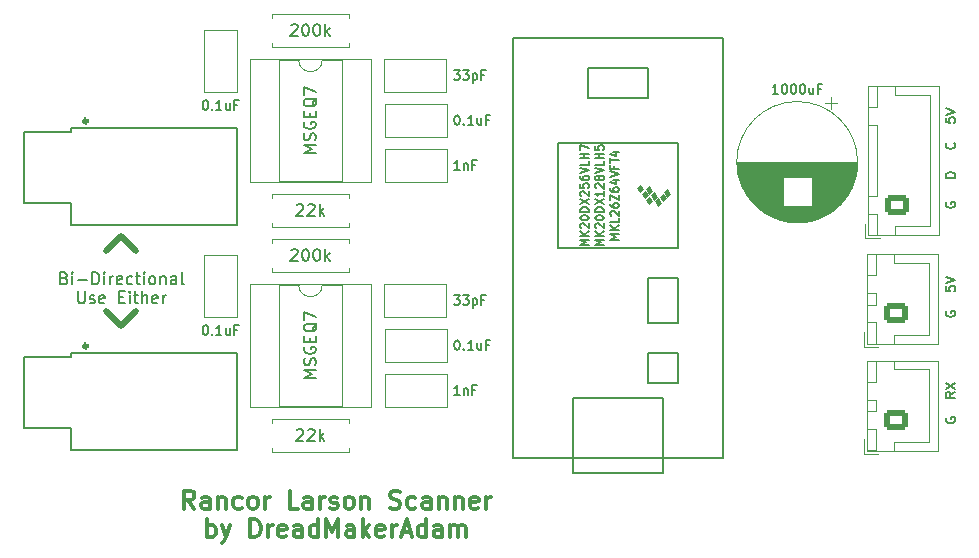
<source format=gto>
%TF.GenerationSoftware,KiCad,Pcbnew,(6.0.4)*%
%TF.CreationDate,2022-03-22T23:36:16-04:00*%
%TF.ProjectId,larson_vu,6c617273-6f6e-45f7-9675-2e6b69636164,rev?*%
%TF.SameCoordinates,Original*%
%TF.FileFunction,Legend,Top*%
%TF.FilePolarity,Positive*%
%FSLAX46Y46*%
G04 Gerber Fmt 4.6, Leading zero omitted, Abs format (unit mm)*
G04 Created by KiCad (PCBNEW (6.0.4)) date 2022-03-22 23:36:16*
%MOMM*%
%LPD*%
G01*
G04 APERTURE LIST*
G04 Aperture macros list*
%AMRoundRect*
0 Rectangle with rounded corners*
0 $1 Rounding radius*
0 $2 $3 $4 $5 $6 $7 $8 $9 X,Y pos of 4 corners*
0 Add a 4 corners polygon primitive as box body*
4,1,4,$2,$3,$4,$5,$6,$7,$8,$9,$2,$3,0*
0 Add four circle primitives for the rounded corners*
1,1,$1+$1,$2,$3*
1,1,$1+$1,$4,$5*
1,1,$1+$1,$6,$7*
1,1,$1+$1,$8,$9*
0 Add four rect primitives between the rounded corners*
20,1,$1+$1,$2,$3,$4,$5,0*
20,1,$1+$1,$4,$5,$6,$7,0*
20,1,$1+$1,$6,$7,$8,$9,0*
20,1,$1+$1,$8,$9,$2,$3,0*%
G04 Aperture macros list end*
%ADD10C,0.500000*%
%ADD11C,0.150000*%
%ADD12C,0.300000*%
%ADD13C,0.127000*%
%ADD14C,0.340000*%
%ADD15C,0.120000*%
%ADD16C,0.100000*%
%ADD17O,1.508000X3.016000*%
%ADD18C,1.600000*%
%ADD19RoundRect,0.250000X0.750000X-0.600000X0.750000X0.600000X-0.750000X0.600000X-0.750000X-0.600000X0*%
%ADD20O,2.000000X1.700000*%
%ADD21R,1.600000X1.600000*%
%ADD22O,1.600000X1.600000*%
%ADD23C,6.400000*%
%ADD24R,2.000000X2.000000*%
%ADD25C,2.000000*%
%ADD26RoundRect,0.250000X0.725000X-0.600000X0.725000X0.600000X-0.725000X0.600000X-0.725000X-0.600000X0*%
%ADD27O,1.950000X1.700000*%
G04 APERTURE END LIST*
D10*
X40513000Y-63754000D02*
X41783000Y-65024000D01*
X40513000Y-58674000D02*
X41783000Y-57404000D01*
X41783000Y-57404000D02*
X43053000Y-58674000D01*
X41783000Y-65024000D02*
X43053000Y-63754000D01*
D11*
X70430023Y-70836904D02*
X69972880Y-70836904D01*
X70201452Y-70836904D02*
X70201452Y-70036904D01*
X70125261Y-70151190D01*
X70049071Y-70227380D01*
X69972880Y-70265476D01*
X70772880Y-70303571D02*
X70772880Y-70836904D01*
X70772880Y-70379761D02*
X70810976Y-70341666D01*
X70887166Y-70303571D01*
X71001452Y-70303571D01*
X71077642Y-70341666D01*
X71115738Y-70417857D01*
X71115738Y-70836904D01*
X71763357Y-70417857D02*
X71496690Y-70417857D01*
X71496690Y-70836904D02*
X71496690Y-70036904D01*
X71877642Y-70036904D01*
X111561904Y-47402380D02*
X111561904Y-47783333D01*
X111942857Y-47821428D01*
X111904761Y-47783333D01*
X111866666Y-47707142D01*
X111866666Y-47516666D01*
X111904761Y-47440476D01*
X111942857Y-47402380D01*
X112019047Y-47364285D01*
X112209523Y-47364285D01*
X112285714Y-47402380D01*
X112323809Y-47440476D01*
X112361904Y-47516666D01*
X112361904Y-47707142D01*
X112323809Y-47783333D01*
X112285714Y-47821428D01*
X111561904Y-47135714D02*
X112361904Y-46869047D01*
X111561904Y-46602380D01*
X48850714Y-64956904D02*
X48926904Y-64956904D01*
X49003095Y-64995000D01*
X49041190Y-65033095D01*
X49079285Y-65109285D01*
X49117380Y-65261666D01*
X49117380Y-65452142D01*
X49079285Y-65604523D01*
X49041190Y-65680714D01*
X49003095Y-65718809D01*
X48926904Y-65756904D01*
X48850714Y-65756904D01*
X48774523Y-65718809D01*
X48736428Y-65680714D01*
X48698333Y-65604523D01*
X48660238Y-65452142D01*
X48660238Y-65261666D01*
X48698333Y-65109285D01*
X48736428Y-65033095D01*
X48774523Y-64995000D01*
X48850714Y-64956904D01*
X49460238Y-65680714D02*
X49498333Y-65718809D01*
X49460238Y-65756904D01*
X49422142Y-65718809D01*
X49460238Y-65680714D01*
X49460238Y-65756904D01*
X50260238Y-65756904D02*
X49803095Y-65756904D01*
X50031666Y-65756904D02*
X50031666Y-64956904D01*
X49955476Y-65071190D01*
X49879285Y-65147380D01*
X49803095Y-65185476D01*
X50945952Y-65223571D02*
X50945952Y-65756904D01*
X50603095Y-65223571D02*
X50603095Y-65642619D01*
X50641190Y-65718809D01*
X50717380Y-65756904D01*
X50831666Y-65756904D01*
X50907857Y-65718809D01*
X50945952Y-65680714D01*
X51593571Y-65337857D02*
X51326904Y-65337857D01*
X51326904Y-65756904D02*
X51326904Y-64956904D01*
X51707857Y-64956904D01*
X97380952Y-45361904D02*
X96923809Y-45361904D01*
X97152380Y-45361904D02*
X97152380Y-44561904D01*
X97076190Y-44676190D01*
X97000000Y-44752380D01*
X96923809Y-44790476D01*
X97876190Y-44561904D02*
X97952380Y-44561904D01*
X98028571Y-44600000D01*
X98066666Y-44638095D01*
X98104761Y-44714285D01*
X98142857Y-44866666D01*
X98142857Y-45057142D01*
X98104761Y-45209523D01*
X98066666Y-45285714D01*
X98028571Y-45323809D01*
X97952380Y-45361904D01*
X97876190Y-45361904D01*
X97800000Y-45323809D01*
X97761904Y-45285714D01*
X97723809Y-45209523D01*
X97685714Y-45057142D01*
X97685714Y-44866666D01*
X97723809Y-44714285D01*
X97761904Y-44638095D01*
X97800000Y-44600000D01*
X97876190Y-44561904D01*
X98638095Y-44561904D02*
X98714285Y-44561904D01*
X98790476Y-44600000D01*
X98828571Y-44638095D01*
X98866666Y-44714285D01*
X98904761Y-44866666D01*
X98904761Y-45057142D01*
X98866666Y-45209523D01*
X98828571Y-45285714D01*
X98790476Y-45323809D01*
X98714285Y-45361904D01*
X98638095Y-45361904D01*
X98561904Y-45323809D01*
X98523809Y-45285714D01*
X98485714Y-45209523D01*
X98447619Y-45057142D01*
X98447619Y-44866666D01*
X98485714Y-44714285D01*
X98523809Y-44638095D01*
X98561904Y-44600000D01*
X98638095Y-44561904D01*
X99400000Y-44561904D02*
X99476190Y-44561904D01*
X99552380Y-44600000D01*
X99590476Y-44638095D01*
X99628571Y-44714285D01*
X99666666Y-44866666D01*
X99666666Y-45057142D01*
X99628571Y-45209523D01*
X99590476Y-45285714D01*
X99552380Y-45323809D01*
X99476190Y-45361904D01*
X99400000Y-45361904D01*
X99323809Y-45323809D01*
X99285714Y-45285714D01*
X99247619Y-45209523D01*
X99209523Y-45057142D01*
X99209523Y-44866666D01*
X99247619Y-44714285D01*
X99285714Y-44638095D01*
X99323809Y-44600000D01*
X99400000Y-44561904D01*
X100352380Y-44828571D02*
X100352380Y-45361904D01*
X100009523Y-44828571D02*
X100009523Y-45247619D01*
X100047619Y-45323809D01*
X100123809Y-45361904D01*
X100238095Y-45361904D01*
X100314285Y-45323809D01*
X100352380Y-45285714D01*
X101000000Y-44942857D02*
X100733333Y-44942857D01*
X100733333Y-45361904D02*
X100733333Y-44561904D01*
X101114285Y-44561904D01*
D12*
X47964285Y-80471071D02*
X47464285Y-79756785D01*
X47107142Y-80471071D02*
X47107142Y-78971071D01*
X47678571Y-78971071D01*
X47821428Y-79042500D01*
X47892857Y-79113928D01*
X47964285Y-79256785D01*
X47964285Y-79471071D01*
X47892857Y-79613928D01*
X47821428Y-79685357D01*
X47678571Y-79756785D01*
X47107142Y-79756785D01*
X49250000Y-80471071D02*
X49250000Y-79685357D01*
X49178571Y-79542500D01*
X49035714Y-79471071D01*
X48750000Y-79471071D01*
X48607142Y-79542500D01*
X49250000Y-80399642D02*
X49107142Y-80471071D01*
X48750000Y-80471071D01*
X48607142Y-80399642D01*
X48535714Y-80256785D01*
X48535714Y-80113928D01*
X48607142Y-79971071D01*
X48750000Y-79899642D01*
X49107142Y-79899642D01*
X49250000Y-79828214D01*
X49964285Y-79471071D02*
X49964285Y-80471071D01*
X49964285Y-79613928D02*
X50035714Y-79542500D01*
X50178571Y-79471071D01*
X50392857Y-79471071D01*
X50535714Y-79542500D01*
X50607142Y-79685357D01*
X50607142Y-80471071D01*
X51964285Y-80399642D02*
X51821428Y-80471071D01*
X51535714Y-80471071D01*
X51392857Y-80399642D01*
X51321428Y-80328214D01*
X51250000Y-80185357D01*
X51250000Y-79756785D01*
X51321428Y-79613928D01*
X51392857Y-79542500D01*
X51535714Y-79471071D01*
X51821428Y-79471071D01*
X51964285Y-79542500D01*
X52821428Y-80471071D02*
X52678571Y-80399642D01*
X52607142Y-80328214D01*
X52535714Y-80185357D01*
X52535714Y-79756785D01*
X52607142Y-79613928D01*
X52678571Y-79542500D01*
X52821428Y-79471071D01*
X53035714Y-79471071D01*
X53178571Y-79542500D01*
X53250000Y-79613928D01*
X53321428Y-79756785D01*
X53321428Y-80185357D01*
X53250000Y-80328214D01*
X53178571Y-80399642D01*
X53035714Y-80471071D01*
X52821428Y-80471071D01*
X53964285Y-80471071D02*
X53964285Y-79471071D01*
X53964285Y-79756785D02*
X54035714Y-79613928D01*
X54107142Y-79542500D01*
X54250000Y-79471071D01*
X54392857Y-79471071D01*
X56750000Y-80471071D02*
X56035714Y-80471071D01*
X56035714Y-78971071D01*
X57892857Y-80471071D02*
X57892857Y-79685357D01*
X57821428Y-79542500D01*
X57678571Y-79471071D01*
X57392857Y-79471071D01*
X57250000Y-79542500D01*
X57892857Y-80399642D02*
X57750000Y-80471071D01*
X57392857Y-80471071D01*
X57250000Y-80399642D01*
X57178571Y-80256785D01*
X57178571Y-80113928D01*
X57250000Y-79971071D01*
X57392857Y-79899642D01*
X57750000Y-79899642D01*
X57892857Y-79828214D01*
X58607142Y-80471071D02*
X58607142Y-79471071D01*
X58607142Y-79756785D02*
X58678571Y-79613928D01*
X58750000Y-79542500D01*
X58892857Y-79471071D01*
X59035714Y-79471071D01*
X59464285Y-80399642D02*
X59607142Y-80471071D01*
X59892857Y-80471071D01*
X60035714Y-80399642D01*
X60107142Y-80256785D01*
X60107142Y-80185357D01*
X60035714Y-80042500D01*
X59892857Y-79971071D01*
X59678571Y-79971071D01*
X59535714Y-79899642D01*
X59464285Y-79756785D01*
X59464285Y-79685357D01*
X59535714Y-79542500D01*
X59678571Y-79471071D01*
X59892857Y-79471071D01*
X60035714Y-79542500D01*
X60964285Y-80471071D02*
X60821428Y-80399642D01*
X60750000Y-80328214D01*
X60678571Y-80185357D01*
X60678571Y-79756785D01*
X60750000Y-79613928D01*
X60821428Y-79542500D01*
X60964285Y-79471071D01*
X61178571Y-79471071D01*
X61321428Y-79542500D01*
X61392857Y-79613928D01*
X61464285Y-79756785D01*
X61464285Y-80185357D01*
X61392857Y-80328214D01*
X61321428Y-80399642D01*
X61178571Y-80471071D01*
X60964285Y-80471071D01*
X62107142Y-79471071D02*
X62107142Y-80471071D01*
X62107142Y-79613928D02*
X62178571Y-79542500D01*
X62321428Y-79471071D01*
X62535714Y-79471071D01*
X62678571Y-79542500D01*
X62750000Y-79685357D01*
X62750000Y-80471071D01*
X64535714Y-80399642D02*
X64750000Y-80471071D01*
X65107142Y-80471071D01*
X65250000Y-80399642D01*
X65321428Y-80328214D01*
X65392857Y-80185357D01*
X65392857Y-80042500D01*
X65321428Y-79899642D01*
X65250000Y-79828214D01*
X65107142Y-79756785D01*
X64821428Y-79685357D01*
X64678571Y-79613928D01*
X64607142Y-79542500D01*
X64535714Y-79399642D01*
X64535714Y-79256785D01*
X64607142Y-79113928D01*
X64678571Y-79042500D01*
X64821428Y-78971071D01*
X65178571Y-78971071D01*
X65392857Y-79042500D01*
X66678571Y-80399642D02*
X66535714Y-80471071D01*
X66250000Y-80471071D01*
X66107142Y-80399642D01*
X66035714Y-80328214D01*
X65964285Y-80185357D01*
X65964285Y-79756785D01*
X66035714Y-79613928D01*
X66107142Y-79542500D01*
X66250000Y-79471071D01*
X66535714Y-79471071D01*
X66678571Y-79542500D01*
X67964285Y-80471071D02*
X67964285Y-79685357D01*
X67892857Y-79542500D01*
X67750000Y-79471071D01*
X67464285Y-79471071D01*
X67321428Y-79542500D01*
X67964285Y-80399642D02*
X67821428Y-80471071D01*
X67464285Y-80471071D01*
X67321428Y-80399642D01*
X67250000Y-80256785D01*
X67250000Y-80113928D01*
X67321428Y-79971071D01*
X67464285Y-79899642D01*
X67821428Y-79899642D01*
X67964285Y-79828214D01*
X68678571Y-79471071D02*
X68678571Y-80471071D01*
X68678571Y-79613928D02*
X68750000Y-79542500D01*
X68892857Y-79471071D01*
X69107142Y-79471071D01*
X69250000Y-79542500D01*
X69321428Y-79685357D01*
X69321428Y-80471071D01*
X70035714Y-79471071D02*
X70035714Y-80471071D01*
X70035714Y-79613928D02*
X70107142Y-79542500D01*
X70250000Y-79471071D01*
X70464285Y-79471071D01*
X70607142Y-79542500D01*
X70678571Y-79685357D01*
X70678571Y-80471071D01*
X71964285Y-80399642D02*
X71821428Y-80471071D01*
X71535714Y-80471071D01*
X71392857Y-80399642D01*
X71321428Y-80256785D01*
X71321428Y-79685357D01*
X71392857Y-79542500D01*
X71535714Y-79471071D01*
X71821428Y-79471071D01*
X71964285Y-79542500D01*
X72035714Y-79685357D01*
X72035714Y-79828214D01*
X71321428Y-79971071D01*
X72678571Y-80471071D02*
X72678571Y-79471071D01*
X72678571Y-79756785D02*
X72750000Y-79613928D01*
X72821428Y-79542500D01*
X72964285Y-79471071D01*
X73107142Y-79471071D01*
X49071428Y-82886071D02*
X49071428Y-81386071D01*
X49071428Y-81957500D02*
X49214285Y-81886071D01*
X49500000Y-81886071D01*
X49642857Y-81957500D01*
X49714285Y-82028928D01*
X49785714Y-82171785D01*
X49785714Y-82600357D01*
X49714285Y-82743214D01*
X49642857Y-82814642D01*
X49500000Y-82886071D01*
X49214285Y-82886071D01*
X49071428Y-82814642D01*
X50285714Y-81886071D02*
X50642857Y-82886071D01*
X51000000Y-81886071D02*
X50642857Y-82886071D01*
X50500000Y-83243214D01*
X50428571Y-83314642D01*
X50285714Y-83386071D01*
X52714285Y-82886071D02*
X52714285Y-81386071D01*
X53071428Y-81386071D01*
X53285714Y-81457500D01*
X53428571Y-81600357D01*
X53500000Y-81743214D01*
X53571428Y-82028928D01*
X53571428Y-82243214D01*
X53500000Y-82528928D01*
X53428571Y-82671785D01*
X53285714Y-82814642D01*
X53071428Y-82886071D01*
X52714285Y-82886071D01*
X54214285Y-82886071D02*
X54214285Y-81886071D01*
X54214285Y-82171785D02*
X54285714Y-82028928D01*
X54357142Y-81957500D01*
X54500000Y-81886071D01*
X54642857Y-81886071D01*
X55714285Y-82814642D02*
X55571428Y-82886071D01*
X55285714Y-82886071D01*
X55142857Y-82814642D01*
X55071428Y-82671785D01*
X55071428Y-82100357D01*
X55142857Y-81957500D01*
X55285714Y-81886071D01*
X55571428Y-81886071D01*
X55714285Y-81957500D01*
X55785714Y-82100357D01*
X55785714Y-82243214D01*
X55071428Y-82386071D01*
X57071428Y-82886071D02*
X57071428Y-82100357D01*
X57000000Y-81957500D01*
X56857142Y-81886071D01*
X56571428Y-81886071D01*
X56428571Y-81957500D01*
X57071428Y-82814642D02*
X56928571Y-82886071D01*
X56571428Y-82886071D01*
X56428571Y-82814642D01*
X56357142Y-82671785D01*
X56357142Y-82528928D01*
X56428571Y-82386071D01*
X56571428Y-82314642D01*
X56928571Y-82314642D01*
X57071428Y-82243214D01*
X58428571Y-82886071D02*
X58428571Y-81386071D01*
X58428571Y-82814642D02*
X58285714Y-82886071D01*
X58000000Y-82886071D01*
X57857142Y-82814642D01*
X57785714Y-82743214D01*
X57714285Y-82600357D01*
X57714285Y-82171785D01*
X57785714Y-82028928D01*
X57857142Y-81957500D01*
X58000000Y-81886071D01*
X58285714Y-81886071D01*
X58428571Y-81957500D01*
X59142857Y-82886071D02*
X59142857Y-81386071D01*
X59642857Y-82457500D01*
X60142857Y-81386071D01*
X60142857Y-82886071D01*
X61500000Y-82886071D02*
X61500000Y-82100357D01*
X61428571Y-81957500D01*
X61285714Y-81886071D01*
X61000000Y-81886071D01*
X60857142Y-81957500D01*
X61500000Y-82814642D02*
X61357142Y-82886071D01*
X61000000Y-82886071D01*
X60857142Y-82814642D01*
X60785714Y-82671785D01*
X60785714Y-82528928D01*
X60857142Y-82386071D01*
X61000000Y-82314642D01*
X61357142Y-82314642D01*
X61500000Y-82243214D01*
X62214285Y-82886071D02*
X62214285Y-81386071D01*
X62357142Y-82314642D02*
X62785714Y-82886071D01*
X62785714Y-81886071D02*
X62214285Y-82457500D01*
X64000000Y-82814642D02*
X63857142Y-82886071D01*
X63571428Y-82886071D01*
X63428571Y-82814642D01*
X63357142Y-82671785D01*
X63357142Y-82100357D01*
X63428571Y-81957500D01*
X63571428Y-81886071D01*
X63857142Y-81886071D01*
X64000000Y-81957500D01*
X64071428Y-82100357D01*
X64071428Y-82243214D01*
X63357142Y-82386071D01*
X64714285Y-82886071D02*
X64714285Y-81886071D01*
X64714285Y-82171785D02*
X64785714Y-82028928D01*
X64857142Y-81957500D01*
X65000000Y-81886071D01*
X65142857Y-81886071D01*
X65571428Y-82457500D02*
X66285714Y-82457500D01*
X65428571Y-82886071D02*
X65928571Y-81386071D01*
X66428571Y-82886071D01*
X67571428Y-82886071D02*
X67571428Y-81386071D01*
X67571428Y-82814642D02*
X67428571Y-82886071D01*
X67142857Y-82886071D01*
X67000000Y-82814642D01*
X66928571Y-82743214D01*
X66857142Y-82600357D01*
X66857142Y-82171785D01*
X66928571Y-82028928D01*
X67000000Y-81957500D01*
X67142857Y-81886071D01*
X67428571Y-81886071D01*
X67571428Y-81957500D01*
X68928571Y-82886071D02*
X68928571Y-82100357D01*
X68857142Y-81957500D01*
X68714285Y-81886071D01*
X68428571Y-81886071D01*
X68285714Y-81957500D01*
X68928571Y-82814642D02*
X68785714Y-82886071D01*
X68428571Y-82886071D01*
X68285714Y-82814642D01*
X68214285Y-82671785D01*
X68214285Y-82528928D01*
X68285714Y-82386071D01*
X68428571Y-82314642D01*
X68785714Y-82314642D01*
X68928571Y-82243214D01*
X69642857Y-82886071D02*
X69642857Y-81886071D01*
X69642857Y-82028928D02*
X69714285Y-81957500D01*
X69857142Y-81886071D01*
X70071428Y-81886071D01*
X70214285Y-81957500D01*
X70285714Y-82100357D01*
X70285714Y-82886071D01*
X70285714Y-82100357D02*
X70357142Y-81957500D01*
X70500000Y-81886071D01*
X70714285Y-81886071D01*
X70857142Y-81957500D01*
X70928571Y-82100357D01*
X70928571Y-82886071D01*
D11*
X69934785Y-43366904D02*
X70430023Y-43366904D01*
X70163357Y-43671666D01*
X70277642Y-43671666D01*
X70353833Y-43709761D01*
X70391928Y-43747857D01*
X70430023Y-43824047D01*
X70430023Y-44014523D01*
X70391928Y-44090714D01*
X70353833Y-44128809D01*
X70277642Y-44166904D01*
X70049071Y-44166904D01*
X69972880Y-44128809D01*
X69934785Y-44090714D01*
X70696690Y-43366904D02*
X71191928Y-43366904D01*
X70925261Y-43671666D01*
X71039547Y-43671666D01*
X71115738Y-43709761D01*
X71153833Y-43747857D01*
X71191928Y-43824047D01*
X71191928Y-44014523D01*
X71153833Y-44090714D01*
X71115738Y-44128809D01*
X71039547Y-44166904D01*
X70810976Y-44166904D01*
X70734785Y-44128809D01*
X70696690Y-44090714D01*
X71534785Y-43633571D02*
X71534785Y-44433571D01*
X71534785Y-43671666D02*
X71610976Y-43633571D01*
X71763357Y-43633571D01*
X71839547Y-43671666D01*
X71877642Y-43709761D01*
X71915738Y-43785952D01*
X71915738Y-44014523D01*
X71877642Y-44090714D01*
X71839547Y-44128809D01*
X71763357Y-44166904D01*
X71610976Y-44166904D01*
X71534785Y-44128809D01*
X72525261Y-43747857D02*
X72258595Y-43747857D01*
X72258595Y-44166904D02*
X72258595Y-43366904D01*
X72639547Y-43366904D01*
X58237380Y-50376904D02*
X57237380Y-50376904D01*
X57951666Y-50043571D01*
X57237380Y-49710238D01*
X58237380Y-49710238D01*
X58189761Y-49281666D02*
X58237380Y-49138809D01*
X58237380Y-48900714D01*
X58189761Y-48805476D01*
X58142142Y-48757857D01*
X58046904Y-48710238D01*
X57951666Y-48710238D01*
X57856428Y-48757857D01*
X57808809Y-48805476D01*
X57761190Y-48900714D01*
X57713571Y-49091190D01*
X57665952Y-49186428D01*
X57618333Y-49234047D01*
X57523095Y-49281666D01*
X57427857Y-49281666D01*
X57332619Y-49234047D01*
X57285000Y-49186428D01*
X57237380Y-49091190D01*
X57237380Y-48853095D01*
X57285000Y-48710238D01*
X57285000Y-47757857D02*
X57237380Y-47853095D01*
X57237380Y-47995952D01*
X57285000Y-48138809D01*
X57380238Y-48234047D01*
X57475476Y-48281666D01*
X57665952Y-48329285D01*
X57808809Y-48329285D01*
X57999285Y-48281666D01*
X58094523Y-48234047D01*
X58189761Y-48138809D01*
X58237380Y-47995952D01*
X58237380Y-47900714D01*
X58189761Y-47757857D01*
X58142142Y-47710238D01*
X57808809Y-47710238D01*
X57808809Y-47900714D01*
X57713571Y-47281666D02*
X57713571Y-46948333D01*
X58237380Y-46805476D02*
X58237380Y-47281666D01*
X57237380Y-47281666D01*
X57237380Y-46805476D01*
X58332619Y-45710238D02*
X58285000Y-45805476D01*
X58189761Y-45900714D01*
X58046904Y-46043571D01*
X57999285Y-46138809D01*
X57999285Y-46234047D01*
X58237380Y-46186428D02*
X58189761Y-46281666D01*
X58094523Y-46376904D01*
X57904047Y-46424523D01*
X57570714Y-46424523D01*
X57380238Y-46376904D01*
X57285000Y-46281666D01*
X57237380Y-46186428D01*
X57237380Y-45995952D01*
X57285000Y-45900714D01*
X57380238Y-45805476D01*
X57570714Y-45757857D01*
X57904047Y-45757857D01*
X58094523Y-45805476D01*
X58189761Y-45900714D01*
X58237380Y-45995952D01*
X58237380Y-46186428D01*
X57237380Y-45424523D02*
X57237380Y-44757857D01*
X58237380Y-45186428D01*
X112285714Y-49502380D02*
X112323809Y-49540476D01*
X112361904Y-49654761D01*
X112361904Y-49730952D01*
X112323809Y-49845238D01*
X112247619Y-49921428D01*
X112171428Y-49959523D01*
X112019047Y-49997619D01*
X111904761Y-49997619D01*
X111752380Y-49959523D01*
X111676190Y-49921428D01*
X111600000Y-49845238D01*
X111561904Y-49730952D01*
X111561904Y-49654761D01*
X111600000Y-49540476D01*
X111638095Y-49502380D01*
X69934785Y-62416904D02*
X70430023Y-62416904D01*
X70163357Y-62721666D01*
X70277642Y-62721666D01*
X70353833Y-62759761D01*
X70391928Y-62797857D01*
X70430023Y-62874047D01*
X70430023Y-63064523D01*
X70391928Y-63140714D01*
X70353833Y-63178809D01*
X70277642Y-63216904D01*
X70049071Y-63216904D01*
X69972880Y-63178809D01*
X69934785Y-63140714D01*
X70696690Y-62416904D02*
X71191928Y-62416904D01*
X70925261Y-62721666D01*
X71039547Y-62721666D01*
X71115738Y-62759761D01*
X71153833Y-62797857D01*
X71191928Y-62874047D01*
X71191928Y-63064523D01*
X71153833Y-63140714D01*
X71115738Y-63178809D01*
X71039547Y-63216904D01*
X70810976Y-63216904D01*
X70734785Y-63178809D01*
X70696690Y-63140714D01*
X71534785Y-62683571D02*
X71534785Y-63483571D01*
X71534785Y-62721666D02*
X71610976Y-62683571D01*
X71763357Y-62683571D01*
X71839547Y-62721666D01*
X71877642Y-62759761D01*
X71915738Y-62835952D01*
X71915738Y-63064523D01*
X71877642Y-63140714D01*
X71839547Y-63178809D01*
X71763357Y-63216904D01*
X71610976Y-63216904D01*
X71534785Y-63178809D01*
X72525261Y-62797857D02*
X72258595Y-62797857D01*
X72258595Y-63216904D02*
X72258595Y-62416904D01*
X72639547Y-62416904D01*
X48850714Y-45906904D02*
X48926904Y-45906904D01*
X49003095Y-45945000D01*
X49041190Y-45983095D01*
X49079285Y-46059285D01*
X49117380Y-46211666D01*
X49117380Y-46402142D01*
X49079285Y-46554523D01*
X49041190Y-46630714D01*
X49003095Y-46668809D01*
X48926904Y-46706904D01*
X48850714Y-46706904D01*
X48774523Y-46668809D01*
X48736428Y-46630714D01*
X48698333Y-46554523D01*
X48660238Y-46402142D01*
X48660238Y-46211666D01*
X48698333Y-46059285D01*
X48736428Y-45983095D01*
X48774523Y-45945000D01*
X48850714Y-45906904D01*
X49460238Y-46630714D02*
X49498333Y-46668809D01*
X49460238Y-46706904D01*
X49422142Y-46668809D01*
X49460238Y-46630714D01*
X49460238Y-46706904D01*
X50260238Y-46706904D02*
X49803095Y-46706904D01*
X50031666Y-46706904D02*
X50031666Y-45906904D01*
X49955476Y-46021190D01*
X49879285Y-46097380D01*
X49803095Y-46135476D01*
X50945952Y-46173571D02*
X50945952Y-46706904D01*
X50603095Y-46173571D02*
X50603095Y-46592619D01*
X50641190Y-46668809D01*
X50717380Y-46706904D01*
X50831666Y-46706904D01*
X50907857Y-46668809D01*
X50945952Y-46630714D01*
X51593571Y-46287857D02*
X51326904Y-46287857D01*
X51326904Y-46706904D02*
X51326904Y-45906904D01*
X51707857Y-45906904D01*
X111561904Y-61652380D02*
X111561904Y-62033333D01*
X111942857Y-62071428D01*
X111904761Y-62033333D01*
X111866666Y-61957142D01*
X111866666Y-61766666D01*
X111904761Y-61690476D01*
X111942857Y-61652380D01*
X112019047Y-61614285D01*
X112209523Y-61614285D01*
X112285714Y-61652380D01*
X112323809Y-61690476D01*
X112361904Y-61766666D01*
X112361904Y-61957142D01*
X112323809Y-62033333D01*
X112285714Y-62071428D01*
X111561904Y-61385714D02*
X112361904Y-61119047D01*
X111561904Y-60852380D01*
X36949666Y-60962571D02*
X37092523Y-61010190D01*
X37140142Y-61057809D01*
X37187761Y-61153047D01*
X37187761Y-61295904D01*
X37140142Y-61391142D01*
X37092523Y-61438761D01*
X36997285Y-61486380D01*
X36616333Y-61486380D01*
X36616333Y-60486380D01*
X36949666Y-60486380D01*
X37044904Y-60534000D01*
X37092523Y-60581619D01*
X37140142Y-60676857D01*
X37140142Y-60772095D01*
X37092523Y-60867333D01*
X37044904Y-60914952D01*
X36949666Y-60962571D01*
X36616333Y-60962571D01*
X37616333Y-61486380D02*
X37616333Y-60819714D01*
X37616333Y-60486380D02*
X37568714Y-60534000D01*
X37616333Y-60581619D01*
X37663952Y-60534000D01*
X37616333Y-60486380D01*
X37616333Y-60581619D01*
X38092523Y-61105428D02*
X38854428Y-61105428D01*
X39330619Y-61486380D02*
X39330619Y-60486380D01*
X39568714Y-60486380D01*
X39711571Y-60534000D01*
X39806809Y-60629238D01*
X39854428Y-60724476D01*
X39902047Y-60914952D01*
X39902047Y-61057809D01*
X39854428Y-61248285D01*
X39806809Y-61343523D01*
X39711571Y-61438761D01*
X39568714Y-61486380D01*
X39330619Y-61486380D01*
X40330619Y-61486380D02*
X40330619Y-60819714D01*
X40330619Y-60486380D02*
X40283000Y-60534000D01*
X40330619Y-60581619D01*
X40378238Y-60534000D01*
X40330619Y-60486380D01*
X40330619Y-60581619D01*
X40806809Y-61486380D02*
X40806809Y-60819714D01*
X40806809Y-61010190D02*
X40854428Y-60914952D01*
X40902047Y-60867333D01*
X40997285Y-60819714D01*
X41092523Y-60819714D01*
X41806809Y-61438761D02*
X41711571Y-61486380D01*
X41521095Y-61486380D01*
X41425857Y-61438761D01*
X41378238Y-61343523D01*
X41378238Y-60962571D01*
X41425857Y-60867333D01*
X41521095Y-60819714D01*
X41711571Y-60819714D01*
X41806809Y-60867333D01*
X41854428Y-60962571D01*
X41854428Y-61057809D01*
X41378238Y-61153047D01*
X42711571Y-61438761D02*
X42616333Y-61486380D01*
X42425857Y-61486380D01*
X42330619Y-61438761D01*
X42283000Y-61391142D01*
X42235380Y-61295904D01*
X42235380Y-61010190D01*
X42283000Y-60914952D01*
X42330619Y-60867333D01*
X42425857Y-60819714D01*
X42616333Y-60819714D01*
X42711571Y-60867333D01*
X42997285Y-60819714D02*
X43378238Y-60819714D01*
X43140142Y-60486380D02*
X43140142Y-61343523D01*
X43187761Y-61438761D01*
X43283000Y-61486380D01*
X43378238Y-61486380D01*
X43711571Y-61486380D02*
X43711571Y-60819714D01*
X43711571Y-60486380D02*
X43663952Y-60534000D01*
X43711571Y-60581619D01*
X43759190Y-60534000D01*
X43711571Y-60486380D01*
X43711571Y-60581619D01*
X44330619Y-61486380D02*
X44235380Y-61438761D01*
X44187761Y-61391142D01*
X44140142Y-61295904D01*
X44140142Y-61010190D01*
X44187761Y-60914952D01*
X44235380Y-60867333D01*
X44330619Y-60819714D01*
X44473476Y-60819714D01*
X44568714Y-60867333D01*
X44616333Y-60914952D01*
X44663952Y-61010190D01*
X44663952Y-61295904D01*
X44616333Y-61391142D01*
X44568714Y-61438761D01*
X44473476Y-61486380D01*
X44330619Y-61486380D01*
X45092523Y-60819714D02*
X45092523Y-61486380D01*
X45092523Y-60914952D02*
X45140142Y-60867333D01*
X45235380Y-60819714D01*
X45378238Y-60819714D01*
X45473476Y-60867333D01*
X45521095Y-60962571D01*
X45521095Y-61486380D01*
X46425857Y-61486380D02*
X46425857Y-60962571D01*
X46378238Y-60867333D01*
X46283000Y-60819714D01*
X46092523Y-60819714D01*
X45997285Y-60867333D01*
X46425857Y-61438761D02*
X46330619Y-61486380D01*
X46092523Y-61486380D01*
X45997285Y-61438761D01*
X45949666Y-61343523D01*
X45949666Y-61248285D01*
X45997285Y-61153047D01*
X46092523Y-61105428D01*
X46330619Y-61105428D01*
X46425857Y-61057809D01*
X47044904Y-61486380D02*
X46949666Y-61438761D01*
X46902047Y-61343523D01*
X46902047Y-60486380D01*
X38116333Y-62096380D02*
X38116333Y-62905904D01*
X38163952Y-63001142D01*
X38211571Y-63048761D01*
X38306809Y-63096380D01*
X38497285Y-63096380D01*
X38592523Y-63048761D01*
X38640142Y-63001142D01*
X38687761Y-62905904D01*
X38687761Y-62096380D01*
X39116333Y-63048761D02*
X39211571Y-63096380D01*
X39402047Y-63096380D01*
X39497285Y-63048761D01*
X39544904Y-62953523D01*
X39544904Y-62905904D01*
X39497285Y-62810666D01*
X39402047Y-62763047D01*
X39259190Y-62763047D01*
X39163952Y-62715428D01*
X39116333Y-62620190D01*
X39116333Y-62572571D01*
X39163952Y-62477333D01*
X39259190Y-62429714D01*
X39402047Y-62429714D01*
X39497285Y-62477333D01*
X40354428Y-63048761D02*
X40259190Y-63096380D01*
X40068714Y-63096380D01*
X39973476Y-63048761D01*
X39925857Y-62953523D01*
X39925857Y-62572571D01*
X39973476Y-62477333D01*
X40068714Y-62429714D01*
X40259190Y-62429714D01*
X40354428Y-62477333D01*
X40402047Y-62572571D01*
X40402047Y-62667809D01*
X39925857Y-62763047D01*
X41592523Y-62572571D02*
X41925857Y-62572571D01*
X42068714Y-63096380D02*
X41592523Y-63096380D01*
X41592523Y-62096380D01*
X42068714Y-62096380D01*
X42497285Y-63096380D02*
X42497285Y-62429714D01*
X42497285Y-62096380D02*
X42449666Y-62144000D01*
X42497285Y-62191619D01*
X42544904Y-62144000D01*
X42497285Y-62096380D01*
X42497285Y-62191619D01*
X42830619Y-62429714D02*
X43211571Y-62429714D01*
X42973476Y-62096380D02*
X42973476Y-62953523D01*
X43021095Y-63048761D01*
X43116333Y-63096380D01*
X43211571Y-63096380D01*
X43544904Y-63096380D02*
X43544904Y-62096380D01*
X43973476Y-63096380D02*
X43973476Y-62572571D01*
X43925857Y-62477333D01*
X43830619Y-62429714D01*
X43687761Y-62429714D01*
X43592523Y-62477333D01*
X43544904Y-62524952D01*
X44830619Y-63048761D02*
X44735380Y-63096380D01*
X44544904Y-63096380D01*
X44449666Y-63048761D01*
X44402047Y-62953523D01*
X44402047Y-62572571D01*
X44449666Y-62477333D01*
X44544904Y-62429714D01*
X44735380Y-62429714D01*
X44830619Y-62477333D01*
X44878238Y-62572571D01*
X44878238Y-62667809D01*
X44402047Y-62763047D01*
X45306809Y-63096380D02*
X45306809Y-62429714D01*
X45306809Y-62620190D02*
X45354428Y-62524952D01*
X45402047Y-62477333D01*
X45497285Y-62429714D01*
X45592523Y-62429714D01*
X111600000Y-54540476D02*
X111561904Y-54616666D01*
X111561904Y-54730952D01*
X111600000Y-54845238D01*
X111676190Y-54921428D01*
X111752380Y-54959523D01*
X111904761Y-54997619D01*
X112019047Y-54997619D01*
X112171428Y-54959523D01*
X112247619Y-54921428D01*
X112323809Y-54845238D01*
X112361904Y-54730952D01*
X112361904Y-54654761D01*
X112323809Y-54540476D01*
X112285714Y-54502380D01*
X112019047Y-54502380D01*
X112019047Y-54654761D01*
X112361904Y-52459523D02*
X111561904Y-52459523D01*
X111561904Y-52269047D01*
X111600000Y-52154761D01*
X111676190Y-52078571D01*
X111752380Y-52040476D01*
X111904761Y-52002380D01*
X112019047Y-52002380D01*
X112171428Y-52040476D01*
X112247619Y-52078571D01*
X112323809Y-52154761D01*
X112361904Y-52269047D01*
X112361904Y-52459523D01*
X70163357Y-47176904D02*
X70239547Y-47176904D01*
X70315738Y-47215000D01*
X70353833Y-47253095D01*
X70391928Y-47329285D01*
X70430023Y-47481666D01*
X70430023Y-47672142D01*
X70391928Y-47824523D01*
X70353833Y-47900714D01*
X70315738Y-47938809D01*
X70239547Y-47976904D01*
X70163357Y-47976904D01*
X70087166Y-47938809D01*
X70049071Y-47900714D01*
X70010976Y-47824523D01*
X69972880Y-47672142D01*
X69972880Y-47481666D01*
X70010976Y-47329285D01*
X70049071Y-47253095D01*
X70087166Y-47215000D01*
X70163357Y-47176904D01*
X70772880Y-47900714D02*
X70810976Y-47938809D01*
X70772880Y-47976904D01*
X70734785Y-47938809D01*
X70772880Y-47900714D01*
X70772880Y-47976904D01*
X71572880Y-47976904D02*
X71115738Y-47976904D01*
X71344309Y-47976904D02*
X71344309Y-47176904D01*
X71268119Y-47291190D01*
X71191928Y-47367380D01*
X71115738Y-47405476D01*
X72258595Y-47443571D02*
X72258595Y-47976904D01*
X71915738Y-47443571D02*
X71915738Y-47862619D01*
X71953833Y-47938809D01*
X72030023Y-47976904D01*
X72144309Y-47976904D01*
X72220500Y-47938809D01*
X72258595Y-47900714D01*
X72906214Y-47557857D02*
X72639547Y-47557857D01*
X72639547Y-47976904D02*
X72639547Y-47176904D01*
X73020500Y-47176904D01*
X56618333Y-73832619D02*
X56665952Y-73785000D01*
X56761190Y-73737380D01*
X56999285Y-73737380D01*
X57094523Y-73785000D01*
X57142142Y-73832619D01*
X57189761Y-73927857D01*
X57189761Y-74023095D01*
X57142142Y-74165952D01*
X56570714Y-74737380D01*
X57189761Y-74737380D01*
X57570714Y-73832619D02*
X57618333Y-73785000D01*
X57713571Y-73737380D01*
X57951666Y-73737380D01*
X58046904Y-73785000D01*
X58094523Y-73832619D01*
X58142142Y-73927857D01*
X58142142Y-74023095D01*
X58094523Y-74165952D01*
X57523095Y-74737380D01*
X58142142Y-74737380D01*
X58570714Y-74737380D02*
X58570714Y-73737380D01*
X58665952Y-74356428D02*
X58951666Y-74737380D01*
X58951666Y-74070714D02*
X58570714Y-74451666D01*
X56142142Y-39542619D02*
X56189761Y-39495000D01*
X56285000Y-39447380D01*
X56523095Y-39447380D01*
X56618333Y-39495000D01*
X56665952Y-39542619D01*
X56713571Y-39637857D01*
X56713571Y-39733095D01*
X56665952Y-39875952D01*
X56094523Y-40447380D01*
X56713571Y-40447380D01*
X57332619Y-39447380D02*
X57427857Y-39447380D01*
X57523095Y-39495000D01*
X57570714Y-39542619D01*
X57618333Y-39637857D01*
X57665952Y-39828333D01*
X57665952Y-40066428D01*
X57618333Y-40256904D01*
X57570714Y-40352142D01*
X57523095Y-40399761D01*
X57427857Y-40447380D01*
X57332619Y-40447380D01*
X57237380Y-40399761D01*
X57189761Y-40352142D01*
X57142142Y-40256904D01*
X57094523Y-40066428D01*
X57094523Y-39828333D01*
X57142142Y-39637857D01*
X57189761Y-39542619D01*
X57237380Y-39495000D01*
X57332619Y-39447380D01*
X58285000Y-39447380D02*
X58380238Y-39447380D01*
X58475476Y-39495000D01*
X58523095Y-39542619D01*
X58570714Y-39637857D01*
X58618333Y-39828333D01*
X58618333Y-40066428D01*
X58570714Y-40256904D01*
X58523095Y-40352142D01*
X58475476Y-40399761D01*
X58380238Y-40447380D01*
X58285000Y-40447380D01*
X58189761Y-40399761D01*
X58142142Y-40352142D01*
X58094523Y-40256904D01*
X58046904Y-40066428D01*
X58046904Y-39828333D01*
X58094523Y-39637857D01*
X58142142Y-39542619D01*
X58189761Y-39495000D01*
X58285000Y-39447380D01*
X59046904Y-40447380D02*
X59046904Y-39447380D01*
X59142142Y-40066428D02*
X59427857Y-40447380D01*
X59427857Y-39780714D02*
X59046904Y-40161666D01*
X70430023Y-51786904D02*
X69972880Y-51786904D01*
X70201452Y-51786904D02*
X70201452Y-50986904D01*
X70125261Y-51101190D01*
X70049071Y-51177380D01*
X69972880Y-51215476D01*
X70772880Y-51253571D02*
X70772880Y-51786904D01*
X70772880Y-51329761D02*
X70810976Y-51291666D01*
X70887166Y-51253571D01*
X71001452Y-51253571D01*
X71077642Y-51291666D01*
X71115738Y-51367857D01*
X71115738Y-51786904D01*
X71763357Y-51367857D02*
X71496690Y-51367857D01*
X71496690Y-51786904D02*
X71496690Y-50986904D01*
X71877642Y-50986904D01*
X112361904Y-70633333D02*
X111980952Y-70900000D01*
X112361904Y-71090476D02*
X111561904Y-71090476D01*
X111561904Y-70785714D01*
X111600000Y-70709523D01*
X111638095Y-70671428D01*
X111714285Y-70633333D01*
X111828571Y-70633333D01*
X111904761Y-70671428D01*
X111942857Y-70709523D01*
X111980952Y-70785714D01*
X111980952Y-71090476D01*
X111561904Y-70366666D02*
X112361904Y-69833333D01*
X111561904Y-69833333D02*
X112361904Y-70366666D01*
X56618333Y-54782619D02*
X56665952Y-54735000D01*
X56761190Y-54687380D01*
X56999285Y-54687380D01*
X57094523Y-54735000D01*
X57142142Y-54782619D01*
X57189761Y-54877857D01*
X57189761Y-54973095D01*
X57142142Y-55115952D01*
X56570714Y-55687380D01*
X57189761Y-55687380D01*
X57570714Y-54782619D02*
X57618333Y-54735000D01*
X57713571Y-54687380D01*
X57951666Y-54687380D01*
X58046904Y-54735000D01*
X58094523Y-54782619D01*
X58142142Y-54877857D01*
X58142142Y-54973095D01*
X58094523Y-55115952D01*
X57523095Y-55687380D01*
X58142142Y-55687380D01*
X58570714Y-55687380D02*
X58570714Y-54687380D01*
X58665952Y-55306428D02*
X58951666Y-55687380D01*
X58951666Y-55020714D02*
X58570714Y-55401666D01*
X58247380Y-69426904D02*
X57247380Y-69426904D01*
X57961666Y-69093571D01*
X57247380Y-68760238D01*
X58247380Y-68760238D01*
X58199761Y-68331666D02*
X58247380Y-68188809D01*
X58247380Y-67950714D01*
X58199761Y-67855476D01*
X58152142Y-67807857D01*
X58056904Y-67760238D01*
X57961666Y-67760238D01*
X57866428Y-67807857D01*
X57818809Y-67855476D01*
X57771190Y-67950714D01*
X57723571Y-68141190D01*
X57675952Y-68236428D01*
X57628333Y-68284047D01*
X57533095Y-68331666D01*
X57437857Y-68331666D01*
X57342619Y-68284047D01*
X57295000Y-68236428D01*
X57247380Y-68141190D01*
X57247380Y-67903095D01*
X57295000Y-67760238D01*
X57295000Y-66807857D02*
X57247380Y-66903095D01*
X57247380Y-67045952D01*
X57295000Y-67188809D01*
X57390238Y-67284047D01*
X57485476Y-67331666D01*
X57675952Y-67379285D01*
X57818809Y-67379285D01*
X58009285Y-67331666D01*
X58104523Y-67284047D01*
X58199761Y-67188809D01*
X58247380Y-67045952D01*
X58247380Y-66950714D01*
X58199761Y-66807857D01*
X58152142Y-66760238D01*
X57818809Y-66760238D01*
X57818809Y-66950714D01*
X57723571Y-66331666D02*
X57723571Y-65998333D01*
X58247380Y-65855476D02*
X58247380Y-66331666D01*
X57247380Y-66331666D01*
X57247380Y-65855476D01*
X58342619Y-64760238D02*
X58295000Y-64855476D01*
X58199761Y-64950714D01*
X58056904Y-65093571D01*
X58009285Y-65188809D01*
X58009285Y-65284047D01*
X58247380Y-65236428D02*
X58199761Y-65331666D01*
X58104523Y-65426904D01*
X57914047Y-65474523D01*
X57580714Y-65474523D01*
X57390238Y-65426904D01*
X57295000Y-65331666D01*
X57247380Y-65236428D01*
X57247380Y-65045952D01*
X57295000Y-64950714D01*
X57390238Y-64855476D01*
X57580714Y-64807857D01*
X57914047Y-64807857D01*
X58104523Y-64855476D01*
X58199761Y-64950714D01*
X58247380Y-65045952D01*
X58247380Y-65236428D01*
X57247380Y-64474523D02*
X57247380Y-63807857D01*
X58247380Y-64236428D01*
X56142142Y-58592619D02*
X56189761Y-58545000D01*
X56285000Y-58497380D01*
X56523095Y-58497380D01*
X56618333Y-58545000D01*
X56665952Y-58592619D01*
X56713571Y-58687857D01*
X56713571Y-58783095D01*
X56665952Y-58925952D01*
X56094523Y-59497380D01*
X56713571Y-59497380D01*
X57332619Y-58497380D02*
X57427857Y-58497380D01*
X57523095Y-58545000D01*
X57570714Y-58592619D01*
X57618333Y-58687857D01*
X57665952Y-58878333D01*
X57665952Y-59116428D01*
X57618333Y-59306904D01*
X57570714Y-59402142D01*
X57523095Y-59449761D01*
X57427857Y-59497380D01*
X57332619Y-59497380D01*
X57237380Y-59449761D01*
X57189761Y-59402142D01*
X57142142Y-59306904D01*
X57094523Y-59116428D01*
X57094523Y-58878333D01*
X57142142Y-58687857D01*
X57189761Y-58592619D01*
X57237380Y-58545000D01*
X57332619Y-58497380D01*
X58285000Y-58497380D02*
X58380238Y-58497380D01*
X58475476Y-58545000D01*
X58523095Y-58592619D01*
X58570714Y-58687857D01*
X58618333Y-58878333D01*
X58618333Y-59116428D01*
X58570714Y-59306904D01*
X58523095Y-59402142D01*
X58475476Y-59449761D01*
X58380238Y-59497380D01*
X58285000Y-59497380D01*
X58189761Y-59449761D01*
X58142142Y-59402142D01*
X58094523Y-59306904D01*
X58046904Y-59116428D01*
X58046904Y-58878333D01*
X58094523Y-58687857D01*
X58142142Y-58592619D01*
X58189761Y-58545000D01*
X58285000Y-58497380D01*
X59046904Y-59497380D02*
X59046904Y-58497380D01*
X59142142Y-59116428D02*
X59427857Y-59497380D01*
X59427857Y-58830714D02*
X59046904Y-59211666D01*
X70163357Y-66226904D02*
X70239547Y-66226904D01*
X70315738Y-66265000D01*
X70353833Y-66303095D01*
X70391928Y-66379285D01*
X70430023Y-66531666D01*
X70430023Y-66722142D01*
X70391928Y-66874523D01*
X70353833Y-66950714D01*
X70315738Y-66988809D01*
X70239547Y-67026904D01*
X70163357Y-67026904D01*
X70087166Y-66988809D01*
X70049071Y-66950714D01*
X70010976Y-66874523D01*
X69972880Y-66722142D01*
X69972880Y-66531666D01*
X70010976Y-66379285D01*
X70049071Y-66303095D01*
X70087166Y-66265000D01*
X70163357Y-66226904D01*
X70772880Y-66950714D02*
X70810976Y-66988809D01*
X70772880Y-67026904D01*
X70734785Y-66988809D01*
X70772880Y-66950714D01*
X70772880Y-67026904D01*
X71572880Y-67026904D02*
X71115738Y-67026904D01*
X71344309Y-67026904D02*
X71344309Y-66226904D01*
X71268119Y-66341190D01*
X71191928Y-66417380D01*
X71115738Y-66455476D01*
X72258595Y-66493571D02*
X72258595Y-67026904D01*
X71915738Y-66493571D02*
X71915738Y-66912619D01*
X71953833Y-66988809D01*
X72030023Y-67026904D01*
X72144309Y-67026904D01*
X72220500Y-66988809D01*
X72258595Y-66950714D01*
X72906214Y-66607857D02*
X72639547Y-66607857D01*
X72639547Y-67026904D02*
X72639547Y-66226904D01*
X73020500Y-66226904D01*
X111600000Y-72790476D02*
X111561904Y-72866666D01*
X111561904Y-72980952D01*
X111600000Y-73095238D01*
X111676190Y-73171428D01*
X111752380Y-73209523D01*
X111904761Y-73247619D01*
X112019047Y-73247619D01*
X112171428Y-73209523D01*
X112247619Y-73171428D01*
X112323809Y-73095238D01*
X112361904Y-72980952D01*
X112361904Y-72904761D01*
X112323809Y-72790476D01*
X112285714Y-72752380D01*
X112019047Y-72752380D01*
X112019047Y-72904761D01*
X111600000Y-63790476D02*
X111561904Y-63866666D01*
X111561904Y-63980952D01*
X111600000Y-64095238D01*
X111676190Y-64171428D01*
X111752380Y-64209523D01*
X111904761Y-64247619D01*
X112019047Y-64247619D01*
X112171428Y-64209523D01*
X112247619Y-64171428D01*
X112323809Y-64095238D01*
X112361904Y-63980952D01*
X112361904Y-63904761D01*
X112323809Y-63790476D01*
X112285714Y-63752380D01*
X112019047Y-63752380D01*
X112019047Y-63904761D01*
%TO.C,U1*%
X83882666Y-57698333D02*
X83182666Y-57698333D01*
X83682666Y-57465000D01*
X83182666Y-57231666D01*
X83882666Y-57231666D01*
X83882666Y-56898333D02*
X83182666Y-56898333D01*
X83882666Y-56498333D02*
X83482666Y-56798333D01*
X83182666Y-56498333D02*
X83582666Y-56898333D01*
X83882666Y-55865000D02*
X83882666Y-56198333D01*
X83182666Y-56198333D01*
X83249333Y-55665000D02*
X83216000Y-55631666D01*
X83182666Y-55565000D01*
X83182666Y-55398333D01*
X83216000Y-55331666D01*
X83249333Y-55298333D01*
X83316000Y-55265000D01*
X83382666Y-55265000D01*
X83482666Y-55298333D01*
X83882666Y-55698333D01*
X83882666Y-55265000D01*
X83182666Y-54665000D02*
X83182666Y-54798333D01*
X83216000Y-54865000D01*
X83249333Y-54898333D01*
X83349333Y-54965000D01*
X83482666Y-54998333D01*
X83749333Y-54998333D01*
X83816000Y-54965000D01*
X83849333Y-54931666D01*
X83882666Y-54865000D01*
X83882666Y-54731666D01*
X83849333Y-54665000D01*
X83816000Y-54631666D01*
X83749333Y-54598333D01*
X83582666Y-54598333D01*
X83516000Y-54631666D01*
X83482666Y-54665000D01*
X83449333Y-54731666D01*
X83449333Y-54865000D01*
X83482666Y-54931666D01*
X83516000Y-54965000D01*
X83582666Y-54998333D01*
X83182666Y-54365000D02*
X83182666Y-53898333D01*
X83882666Y-54365000D01*
X83882666Y-53898333D01*
X83182666Y-53331666D02*
X83182666Y-53465000D01*
X83216000Y-53531666D01*
X83249333Y-53565000D01*
X83349333Y-53631666D01*
X83482666Y-53665000D01*
X83749333Y-53665000D01*
X83816000Y-53631666D01*
X83849333Y-53598333D01*
X83882666Y-53531666D01*
X83882666Y-53398333D01*
X83849333Y-53331666D01*
X83816000Y-53298333D01*
X83749333Y-53265000D01*
X83582666Y-53265000D01*
X83516000Y-53298333D01*
X83482666Y-53331666D01*
X83449333Y-53398333D01*
X83449333Y-53531666D01*
X83482666Y-53598333D01*
X83516000Y-53631666D01*
X83582666Y-53665000D01*
X83416000Y-52665000D02*
X83882666Y-52665000D01*
X83149333Y-52831666D02*
X83649333Y-52998333D01*
X83649333Y-52565000D01*
X83182666Y-52398333D02*
X83882666Y-52165000D01*
X83182666Y-51931666D01*
X83516000Y-51465000D02*
X83516000Y-51698333D01*
X83882666Y-51698333D02*
X83182666Y-51698333D01*
X83182666Y-51365000D01*
X83182666Y-51198333D02*
X83182666Y-50798333D01*
X83882666Y-50998333D02*
X83182666Y-50998333D01*
X83416000Y-50265000D02*
X83882666Y-50265000D01*
X83149333Y-50431666D02*
X83649333Y-50598333D01*
X83649333Y-50165000D01*
X82612666Y-58181666D02*
X81912666Y-58181666D01*
X82412666Y-57948333D01*
X81912666Y-57715000D01*
X82612666Y-57715000D01*
X82612666Y-57381666D02*
X81912666Y-57381666D01*
X82612666Y-56981666D02*
X82212666Y-57281666D01*
X81912666Y-56981666D02*
X82312666Y-57381666D01*
X81979333Y-56715000D02*
X81946000Y-56681666D01*
X81912666Y-56615000D01*
X81912666Y-56448333D01*
X81946000Y-56381666D01*
X81979333Y-56348333D01*
X82046000Y-56315000D01*
X82112666Y-56315000D01*
X82212666Y-56348333D01*
X82612666Y-56748333D01*
X82612666Y-56315000D01*
X81912666Y-55881666D02*
X81912666Y-55815000D01*
X81946000Y-55748333D01*
X81979333Y-55715000D01*
X82046000Y-55681666D01*
X82179333Y-55648333D01*
X82346000Y-55648333D01*
X82479333Y-55681666D01*
X82546000Y-55715000D01*
X82579333Y-55748333D01*
X82612666Y-55815000D01*
X82612666Y-55881666D01*
X82579333Y-55948333D01*
X82546000Y-55981666D01*
X82479333Y-56015000D01*
X82346000Y-56048333D01*
X82179333Y-56048333D01*
X82046000Y-56015000D01*
X81979333Y-55981666D01*
X81946000Y-55948333D01*
X81912666Y-55881666D01*
X82612666Y-55348333D02*
X81912666Y-55348333D01*
X81912666Y-55181666D01*
X81946000Y-55081666D01*
X82012666Y-55015000D01*
X82079333Y-54981666D01*
X82212666Y-54948333D01*
X82312666Y-54948333D01*
X82446000Y-54981666D01*
X82512666Y-55015000D01*
X82579333Y-55081666D01*
X82612666Y-55181666D01*
X82612666Y-55348333D01*
X81912666Y-54715000D02*
X82612666Y-54248333D01*
X81912666Y-54248333D02*
X82612666Y-54715000D01*
X82612666Y-53615000D02*
X82612666Y-54015000D01*
X82612666Y-53815000D02*
X81912666Y-53815000D01*
X82012666Y-53881666D01*
X82079333Y-53948333D01*
X82112666Y-54015000D01*
X81979333Y-53348333D02*
X81946000Y-53315000D01*
X81912666Y-53248333D01*
X81912666Y-53081666D01*
X81946000Y-53015000D01*
X81979333Y-52981666D01*
X82046000Y-52948333D01*
X82112666Y-52948333D01*
X82212666Y-52981666D01*
X82612666Y-53381666D01*
X82612666Y-52948333D01*
X82212666Y-52548333D02*
X82179333Y-52615000D01*
X82146000Y-52648333D01*
X82079333Y-52681666D01*
X82046000Y-52681666D01*
X81979333Y-52648333D01*
X81946000Y-52615000D01*
X81912666Y-52548333D01*
X81912666Y-52415000D01*
X81946000Y-52348333D01*
X81979333Y-52315000D01*
X82046000Y-52281666D01*
X82079333Y-52281666D01*
X82146000Y-52315000D01*
X82179333Y-52348333D01*
X82212666Y-52415000D01*
X82212666Y-52548333D01*
X82246000Y-52615000D01*
X82279333Y-52648333D01*
X82346000Y-52681666D01*
X82479333Y-52681666D01*
X82546000Y-52648333D01*
X82579333Y-52615000D01*
X82612666Y-52548333D01*
X82612666Y-52415000D01*
X82579333Y-52348333D01*
X82546000Y-52315000D01*
X82479333Y-52281666D01*
X82346000Y-52281666D01*
X82279333Y-52315000D01*
X82246000Y-52348333D01*
X82212666Y-52415000D01*
X81912666Y-52081666D02*
X82612666Y-51848333D01*
X81912666Y-51615000D01*
X82612666Y-51048333D02*
X82612666Y-51381666D01*
X81912666Y-51381666D01*
X82612666Y-50815000D02*
X81912666Y-50815000D01*
X82246000Y-50815000D02*
X82246000Y-50415000D01*
X82612666Y-50415000D02*
X81912666Y-50415000D01*
X81912666Y-49748333D02*
X81912666Y-50081666D01*
X82246000Y-50115000D01*
X82212666Y-50081666D01*
X82179333Y-50015000D01*
X82179333Y-49848333D01*
X82212666Y-49781666D01*
X82246000Y-49748333D01*
X82312666Y-49715000D01*
X82479333Y-49715000D01*
X82546000Y-49748333D01*
X82579333Y-49781666D01*
X82612666Y-49848333D01*
X82612666Y-50015000D01*
X82579333Y-50081666D01*
X82546000Y-50115000D01*
X81342666Y-58181666D02*
X80642666Y-58181666D01*
X81142666Y-57948333D01*
X80642666Y-57715000D01*
X81342666Y-57715000D01*
X81342666Y-57381666D02*
X80642666Y-57381666D01*
X81342666Y-56981666D02*
X80942666Y-57281666D01*
X80642666Y-56981666D02*
X81042666Y-57381666D01*
X80709333Y-56715000D02*
X80676000Y-56681666D01*
X80642666Y-56615000D01*
X80642666Y-56448333D01*
X80676000Y-56381666D01*
X80709333Y-56348333D01*
X80776000Y-56315000D01*
X80842666Y-56315000D01*
X80942666Y-56348333D01*
X81342666Y-56748333D01*
X81342666Y-56315000D01*
X80642666Y-55881666D02*
X80642666Y-55815000D01*
X80676000Y-55748333D01*
X80709333Y-55715000D01*
X80776000Y-55681666D01*
X80909333Y-55648333D01*
X81076000Y-55648333D01*
X81209333Y-55681666D01*
X81276000Y-55715000D01*
X81309333Y-55748333D01*
X81342666Y-55815000D01*
X81342666Y-55881666D01*
X81309333Y-55948333D01*
X81276000Y-55981666D01*
X81209333Y-56015000D01*
X81076000Y-56048333D01*
X80909333Y-56048333D01*
X80776000Y-56015000D01*
X80709333Y-55981666D01*
X80676000Y-55948333D01*
X80642666Y-55881666D01*
X81342666Y-55348333D02*
X80642666Y-55348333D01*
X80642666Y-55181666D01*
X80676000Y-55081666D01*
X80742666Y-55015000D01*
X80809333Y-54981666D01*
X80942666Y-54948333D01*
X81042666Y-54948333D01*
X81176000Y-54981666D01*
X81242666Y-55015000D01*
X81309333Y-55081666D01*
X81342666Y-55181666D01*
X81342666Y-55348333D01*
X80642666Y-54715000D02*
X81342666Y-54248333D01*
X80642666Y-54248333D02*
X81342666Y-54715000D01*
X80709333Y-54015000D02*
X80676000Y-53981666D01*
X80642666Y-53915000D01*
X80642666Y-53748333D01*
X80676000Y-53681666D01*
X80709333Y-53648333D01*
X80776000Y-53615000D01*
X80842666Y-53615000D01*
X80942666Y-53648333D01*
X81342666Y-54048333D01*
X81342666Y-53615000D01*
X80642666Y-52981666D02*
X80642666Y-53315000D01*
X80976000Y-53348333D01*
X80942666Y-53315000D01*
X80909333Y-53248333D01*
X80909333Y-53081666D01*
X80942666Y-53015000D01*
X80976000Y-52981666D01*
X81042666Y-52948333D01*
X81209333Y-52948333D01*
X81276000Y-52981666D01*
X81309333Y-53015000D01*
X81342666Y-53081666D01*
X81342666Y-53248333D01*
X81309333Y-53315000D01*
X81276000Y-53348333D01*
X80642666Y-52348333D02*
X80642666Y-52481666D01*
X80676000Y-52548333D01*
X80709333Y-52581666D01*
X80809333Y-52648333D01*
X80942666Y-52681666D01*
X81209333Y-52681666D01*
X81276000Y-52648333D01*
X81309333Y-52615000D01*
X81342666Y-52548333D01*
X81342666Y-52415000D01*
X81309333Y-52348333D01*
X81276000Y-52315000D01*
X81209333Y-52281666D01*
X81042666Y-52281666D01*
X80976000Y-52315000D01*
X80942666Y-52348333D01*
X80909333Y-52415000D01*
X80909333Y-52548333D01*
X80942666Y-52615000D01*
X80976000Y-52648333D01*
X81042666Y-52681666D01*
X80642666Y-52081666D02*
X81342666Y-51848333D01*
X80642666Y-51615000D01*
X81342666Y-51048333D02*
X81342666Y-51381666D01*
X80642666Y-51381666D01*
X81342666Y-50815000D02*
X80642666Y-50815000D01*
X80976000Y-50815000D02*
X80976000Y-50415000D01*
X81342666Y-50415000D02*
X80642666Y-50415000D01*
X80642666Y-50148333D02*
X80642666Y-49681666D01*
X81342666Y-49981666D01*
D13*
%TO.C,A2*%
X33545000Y-67617500D02*
X37545000Y-67617500D01*
X33545000Y-73617500D02*
X33545000Y-67617500D01*
X37545000Y-67617500D02*
X37545000Y-67317500D01*
X37545000Y-67317500D02*
X51545000Y-67317500D01*
X51545000Y-67317500D02*
X51545000Y-75517500D01*
X37545000Y-75517500D02*
X37545000Y-73617500D01*
X51545000Y-75517500D02*
X37545000Y-75517500D01*
X37545000Y-73617500D02*
X33545000Y-73617500D01*
D14*
X38915000Y-66717500D02*
G75*
G03*
X38915000Y-66717500I-170000J0D01*
G01*
D15*
%TO.C,C3*%
X69315000Y-52795000D02*
X64075000Y-52795000D01*
X69315000Y-52795000D02*
X69315000Y-50055000D01*
X69315000Y-50055000D02*
X64075000Y-50055000D01*
X64075000Y-52795000D02*
X64075000Y-50055000D01*
%TO.C,J2*%
X104915000Y-67940000D02*
X104915000Y-75560000D01*
X110125000Y-74800000D02*
X110125000Y-71750000D01*
X105675000Y-71250000D02*
X104925000Y-71250000D01*
X104925000Y-67950000D02*
X104925000Y-69750000D01*
X104925000Y-75550000D02*
X105675000Y-75550000D01*
X110125000Y-68700000D02*
X110125000Y-71750000D01*
X107175000Y-75550000D02*
X107175000Y-74800000D01*
X107175000Y-74800000D02*
X110125000Y-74800000D01*
X107175000Y-67950000D02*
X107175000Y-68700000D01*
X104915000Y-75560000D02*
X110885000Y-75560000D01*
X105675000Y-69750000D02*
X105675000Y-67950000D01*
X107175000Y-68700000D02*
X110125000Y-68700000D01*
X105675000Y-67950000D02*
X104925000Y-67950000D01*
X110885000Y-67940000D02*
X104915000Y-67940000D01*
X104925000Y-73750000D02*
X104925000Y-75550000D01*
X110885000Y-75560000D02*
X110885000Y-67940000D01*
X104925000Y-71250000D02*
X104925000Y-72250000D01*
X104625000Y-75850000D02*
X105875000Y-75850000D01*
X104625000Y-74600000D02*
X104625000Y-75850000D01*
X105675000Y-75550000D02*
X105675000Y-73750000D01*
X104925000Y-72250000D02*
X105675000Y-72250000D01*
X105675000Y-73750000D02*
X104925000Y-73750000D01*
X104925000Y-69750000D02*
X105675000Y-69750000D01*
X105675000Y-72250000D02*
X105675000Y-71250000D01*
%TO.C,C6*%
X69275000Y-61485000D02*
X69275000Y-64225000D01*
X64035000Y-61485000D02*
X64035000Y-64225000D01*
X64035000Y-64225000D02*
X69275000Y-64225000D01*
X64035000Y-61485000D02*
X69275000Y-61485000D01*
D11*
%TO.C,U1*%
X86360000Y-60950000D02*
X86360000Y-64760000D01*
X88900000Y-64760000D02*
X88900000Y-60950000D01*
X74930000Y-76190000D02*
X74930000Y-40630000D01*
X74930000Y-40630000D02*
X92710000Y-40630000D01*
X88900000Y-69840000D02*
X88900000Y-67300000D01*
X88900000Y-49520000D02*
X88900000Y-58410000D01*
X80010000Y-77460000D02*
X80010000Y-76190000D01*
X86360000Y-64760000D02*
X88900000Y-64760000D01*
X86360000Y-67300000D02*
X86360000Y-69840000D01*
X80010000Y-71110000D02*
X80010000Y-76190000D01*
X86360000Y-69840000D02*
X88900000Y-69840000D01*
X87630000Y-71110000D02*
X80010000Y-71110000D01*
X92710000Y-76190000D02*
X74930000Y-76190000D01*
X81280000Y-45710000D02*
X81280000Y-43170000D01*
X78740000Y-58410000D02*
X88900000Y-58410000D01*
X88900000Y-60950000D02*
X86360000Y-60950000D01*
X87630000Y-77460000D02*
X80010000Y-77460000D01*
X86360000Y-43170000D02*
X86360000Y-45710000D01*
X78740000Y-49520000D02*
X78740000Y-58410000D01*
X88900000Y-67300000D02*
X86360000Y-67300000D01*
X86360000Y-45710000D02*
X81280000Y-45710000D01*
X81280000Y-43170000D02*
X86360000Y-43170000D01*
X88900000Y-49520000D02*
X78740000Y-49520000D01*
X87630000Y-76190000D02*
X87630000Y-77460000D01*
X87630000Y-71110000D02*
X87630000Y-76190000D01*
X92710000Y-40630000D02*
X92710000Y-76190000D01*
G36*
X87884000Y-54219000D02*
G01*
X87630000Y-54473000D01*
X87376000Y-54092000D01*
X87630000Y-53838000D01*
X87884000Y-54219000D01*
G37*
D16*
X87884000Y-54219000D02*
X87630000Y-54473000D01*
X87376000Y-54092000D01*
X87630000Y-53838000D01*
X87884000Y-54219000D01*
G36*
X85979000Y-53457000D02*
G01*
X85725000Y-53711000D01*
X85471000Y-53330000D01*
X85725000Y-53076000D01*
X85979000Y-53457000D01*
G37*
X85979000Y-53457000D02*
X85725000Y-53711000D01*
X85471000Y-53330000D01*
X85725000Y-53076000D01*
X85979000Y-53457000D01*
G36*
X86360000Y-53965000D02*
G01*
X86106000Y-54219000D01*
X85852000Y-53838000D01*
X86106000Y-53584000D01*
X86360000Y-53965000D01*
G37*
X86360000Y-53965000D02*
X86106000Y-54219000D01*
X85852000Y-53838000D01*
X86106000Y-53584000D01*
X86360000Y-53965000D01*
G36*
X86741000Y-53584000D02*
G01*
X86487000Y-53838000D01*
X86233000Y-53457000D01*
X86487000Y-53203000D01*
X86741000Y-53584000D01*
G37*
X86741000Y-53584000D02*
X86487000Y-53838000D01*
X86233000Y-53457000D01*
X86487000Y-53203000D01*
X86741000Y-53584000D01*
G36*
X86741000Y-54473000D02*
G01*
X86487000Y-54727000D01*
X86233000Y-54346000D01*
X86487000Y-54092000D01*
X86741000Y-54473000D01*
G37*
X86741000Y-54473000D02*
X86487000Y-54727000D01*
X86233000Y-54346000D01*
X86487000Y-54092000D01*
X86741000Y-54473000D01*
G36*
X87122000Y-54092000D02*
G01*
X86868000Y-54346000D01*
X86614000Y-53965000D01*
X86868000Y-53711000D01*
X87122000Y-54092000D01*
G37*
X87122000Y-54092000D02*
X86868000Y-54346000D01*
X86614000Y-53965000D01*
X86868000Y-53711000D01*
X87122000Y-54092000D01*
G36*
X88265000Y-53838000D02*
G01*
X88011000Y-54092000D01*
X87757000Y-53711000D01*
X88011000Y-53457000D01*
X88265000Y-53838000D01*
G37*
X88265000Y-53838000D02*
X88011000Y-54092000D01*
X87757000Y-53711000D01*
X88011000Y-53457000D01*
X88265000Y-53838000D01*
G36*
X87503000Y-54600000D02*
G01*
X87249000Y-54854000D01*
X86995000Y-54473000D01*
X87249000Y-54219000D01*
X87503000Y-54600000D01*
G37*
X87503000Y-54600000D02*
X87249000Y-54854000D01*
X86995000Y-54473000D01*
X87249000Y-54219000D01*
X87503000Y-54600000D01*
D15*
%TO.C,R2*%
X54515000Y-75655000D02*
X61055000Y-75655000D01*
X54515000Y-73245000D02*
X54515000Y-72915000D01*
X61055000Y-75655000D02*
X61055000Y-75325000D01*
X54515000Y-75325000D02*
X54515000Y-75655000D01*
X54515000Y-72915000D02*
X61055000Y-72915000D01*
X61055000Y-72915000D02*
X61055000Y-73245000D01*
%TO.C,R4*%
X54515000Y-58005000D02*
X54515000Y-57675000D01*
X61055000Y-60415000D02*
X61055000Y-60085000D01*
X54515000Y-60085000D02*
X54515000Y-60415000D01*
X54515000Y-57675000D02*
X61055000Y-57675000D01*
X61055000Y-57675000D02*
X61055000Y-58005000D01*
X54515000Y-60415000D02*
X61055000Y-60415000D01*
%TO.C,C1*%
X48795000Y-45175000D02*
X48795000Y-39935000D01*
X48795000Y-45175000D02*
X51535000Y-45175000D01*
X48795000Y-39935000D02*
X51535000Y-39935000D01*
X51535000Y-45175000D02*
X51535000Y-39935000D01*
%TO.C,R3*%
X54515000Y-38625000D02*
X61055000Y-38625000D01*
X61055000Y-38625000D02*
X61055000Y-38955000D01*
X54515000Y-38955000D02*
X54515000Y-38625000D01*
X54515000Y-41365000D02*
X61055000Y-41365000D01*
X61055000Y-41365000D02*
X61055000Y-41035000D01*
X54515000Y-41035000D02*
X54515000Y-41365000D01*
D13*
%TO.C,A1*%
X37545000Y-56467500D02*
X37545000Y-54567500D01*
X51545000Y-48267500D02*
X51545000Y-56467500D01*
X37545000Y-48567500D02*
X37545000Y-48267500D01*
X37545000Y-54567500D02*
X33545000Y-54567500D01*
X33545000Y-54567500D02*
X33545000Y-48567500D01*
X51545000Y-56467500D02*
X37545000Y-56467500D01*
X37545000Y-48267500D02*
X51545000Y-48267500D01*
X33545000Y-48567500D02*
X37545000Y-48567500D01*
D14*
X38915000Y-47667500D02*
G75*
G03*
X38915000Y-47667500I-170000J0D01*
G01*
D15*
%TO.C,J1*%
X105675000Y-66500000D02*
X105675000Y-64700000D01*
X107175000Y-58900000D02*
X107175000Y-59650000D01*
X104625000Y-66800000D02*
X105875000Y-66800000D01*
X107175000Y-59650000D02*
X110125000Y-59650000D01*
X104925000Y-60700000D02*
X105675000Y-60700000D01*
X104915000Y-66510000D02*
X110885000Y-66510000D01*
X105675000Y-60700000D02*
X105675000Y-58900000D01*
X105675000Y-62200000D02*
X104925000Y-62200000D01*
X107175000Y-66500000D02*
X107175000Y-65750000D01*
X110885000Y-58890000D02*
X104915000Y-58890000D01*
X110125000Y-65750000D02*
X110125000Y-62700000D01*
X107175000Y-65750000D02*
X110125000Y-65750000D01*
X104925000Y-63200000D02*
X105675000Y-63200000D01*
X104625000Y-65550000D02*
X104625000Y-66800000D01*
X105675000Y-64700000D02*
X104925000Y-64700000D01*
X104925000Y-62200000D02*
X104925000Y-63200000D01*
X104925000Y-64700000D02*
X104925000Y-66500000D01*
X104925000Y-58900000D02*
X104925000Y-60700000D01*
X110885000Y-66510000D02*
X110885000Y-58890000D01*
X105675000Y-63200000D02*
X105675000Y-62200000D01*
X104925000Y-66500000D02*
X105675000Y-66500000D01*
X104915000Y-58890000D02*
X104915000Y-66510000D01*
X110125000Y-59650000D02*
X110125000Y-62700000D01*
X105675000Y-58900000D02*
X104925000Y-58900000D01*
%TO.C,C4*%
X69315000Y-69105000D02*
X64075000Y-69105000D01*
X64075000Y-71845000D02*
X64075000Y-69105000D01*
X69315000Y-71845000D02*
X64075000Y-71845000D01*
X69315000Y-71845000D02*
X69315000Y-69105000D01*
%TO.C,U2*%
X60445000Y-42485000D02*
X58795000Y-42485000D01*
X52655000Y-52825000D02*
X62935000Y-52825000D01*
X55145000Y-42485000D02*
X55145000Y-52765000D01*
X52655000Y-42425000D02*
X52655000Y-52825000D01*
X62935000Y-52825000D02*
X62935000Y-42425000D01*
X60445000Y-52765000D02*
X60445000Y-42485000D01*
X55145000Y-52765000D02*
X60445000Y-52765000D01*
X62935000Y-42425000D02*
X52655000Y-42425000D01*
X56795000Y-42485000D02*
X55145000Y-42485000D01*
X56795000Y-42485000D02*
G75*
G03*
X58795000Y-42485000I1000000J0D01*
G01*
%TO.C,C7*%
X69315000Y-46245000D02*
X64075000Y-46245000D01*
X69315000Y-48985000D02*
X64075000Y-48985000D01*
X69315000Y-48985000D02*
X69315000Y-46245000D01*
X64075000Y-48985000D02*
X64075000Y-46245000D01*
%TO.C,C8*%
X69315000Y-68035000D02*
X69315000Y-65295000D01*
X69315000Y-68035000D02*
X64075000Y-68035000D01*
X64075000Y-68035000D02*
X64075000Y-65295000D01*
X69315000Y-65295000D02*
X64075000Y-65295000D01*
%TO.C,C9*%
X102520000Y-54813323D02*
X100241000Y-54813323D01*
X97759000Y-53533323D02*
X94517000Y-53533323D01*
X97759000Y-54453323D02*
X95142000Y-54453323D01*
X103371000Y-53733323D02*
X100241000Y-53733323D01*
X102392000Y-54933323D02*
X95608000Y-54933323D01*
X101889000Y-55333323D02*
X96111000Y-55333323D01*
X104068000Y-51492323D02*
X93932000Y-51492323D01*
X101037000Y-55813323D02*
X96963000Y-55813323D01*
X102892000Y-54413323D02*
X100241000Y-54413323D01*
X103982000Y-52133323D02*
X94018000Y-52133323D01*
X97759000Y-53893323D02*
X94727000Y-53893323D01*
X101439000Y-55613323D02*
X96561000Y-55613323D01*
X103965000Y-52213323D02*
X94035000Y-52213323D01*
X102301000Y-55013323D02*
X95699000Y-55013323D01*
X104080000Y-51172323D02*
X93920000Y-51172323D01*
X103824000Y-52733323D02*
X100241000Y-52733323D01*
X103956000Y-52253323D02*
X94044000Y-52253323D01*
X101945000Y-55293323D02*
X96055000Y-55293323D01*
X103797000Y-52813323D02*
X100241000Y-52813323D01*
X104024000Y-51893323D02*
X93976000Y-51893323D01*
X100378000Y-56053323D02*
X97622000Y-56053323D01*
X103690000Y-53093323D02*
X100241000Y-53093323D01*
X97759000Y-54053323D02*
X94834000Y-54053323D01*
X103997000Y-52053323D02*
X94003000Y-52053323D01*
X103110000Y-54133323D02*
X100241000Y-54133323D01*
X97759000Y-53813323D02*
X94677000Y-53813323D01*
X97759000Y-54213323D02*
X94950000Y-54213323D01*
X97759000Y-52493323D02*
X94103000Y-52493323D01*
X103990000Y-52093323D02*
X94010000Y-52093323D01*
X97759000Y-52693323D02*
X94163000Y-52693323D01*
X97759000Y-54573323D02*
X95247000Y-54573323D01*
X104011000Y-51973323D02*
X93989000Y-51973323D01*
X101875000Y-45652677D02*
X101875000Y-46652677D01*
X97759000Y-54253323D02*
X94980000Y-54253323D01*
X97759000Y-54293323D02*
X95011000Y-54293323D01*
X97759000Y-53413323D02*
X94455000Y-53413323D01*
X102989000Y-54293323D02*
X100241000Y-54293323D01*
X100510000Y-56013323D02*
X97490000Y-56013323D01*
X97759000Y-53573323D02*
X94538000Y-53573323D01*
X101709000Y-55453323D02*
X96291000Y-55453323D01*
X102156000Y-55133323D02*
X95844000Y-55133323D01*
X102000000Y-55253323D02*
X96000000Y-55253323D01*
X104073000Y-51412323D02*
X93927000Y-51412323D01*
X103138000Y-54093323D02*
X100241000Y-54093323D01*
X103462000Y-53573323D02*
X100241000Y-53573323D01*
X97759000Y-52773323D02*
X94189000Y-52773323D01*
X102925000Y-54373323D02*
X100241000Y-54373323D01*
X103247000Y-53933323D02*
X100241000Y-53933323D01*
X97759000Y-53093323D02*
X94310000Y-53093323D01*
X103907000Y-52453323D02*
X100241000Y-52453323D01*
X100846000Y-55893323D02*
X97154000Y-55893323D01*
X97759000Y-53693323D02*
X94605000Y-53693323D01*
X103298000Y-53853323D02*
X100241000Y-53853323D01*
X97759000Y-52533323D02*
X94115000Y-52533323D01*
X97759000Y-54773323D02*
X95439000Y-54773323D01*
X103273000Y-53893323D02*
X100241000Y-53893323D01*
X100944000Y-55853323D02*
X97056000Y-55853323D01*
X97759000Y-52973323D02*
X94262000Y-52973323D01*
X104030000Y-51853323D02*
X93970000Y-51853323D01*
X97759000Y-54373323D02*
X95075000Y-54373323D01*
X99599000Y-56213323D02*
X98401000Y-56213323D01*
X101289000Y-55693323D02*
X96711000Y-55693323D01*
X101830000Y-55373323D02*
X96170000Y-55373323D01*
X97759000Y-52413323D02*
X94082000Y-52413323D01*
X101645000Y-55493323D02*
X96355000Y-55493323D01*
X97759000Y-54493323D02*
X95176000Y-54493323D01*
X104079000Y-51252323D02*
X93921000Y-51252323D01*
X104077000Y-51332323D02*
X93923000Y-51332323D01*
X103639000Y-53213323D02*
X100241000Y-53213323D01*
X97759000Y-52573323D02*
X94126000Y-52573323D01*
X103885000Y-52533323D02*
X100241000Y-52533323D01*
X97759000Y-53653323D02*
X94583000Y-53653323D01*
X97759000Y-53973323D02*
X94779000Y-53973323D01*
X102824000Y-54493323D02*
X100241000Y-54493323D01*
X104080000Y-51212323D02*
X93920000Y-51212323D01*
X103621000Y-53253323D02*
X100241000Y-53253323D01*
X97759000Y-53333323D02*
X94416000Y-53333323D01*
X101770000Y-55413323D02*
X96230000Y-55413323D01*
X102478000Y-54853323D02*
X100241000Y-54853323D01*
X103850000Y-52653323D02*
X100241000Y-52653323D01*
X103020000Y-54253323D02*
X100241000Y-54253323D01*
X97759000Y-53613323D02*
X94560000Y-53613323D01*
X101209000Y-55733323D02*
X96791000Y-55733323D01*
X104050000Y-51692323D02*
X93950000Y-51692323D01*
X103194000Y-54013323D02*
X100241000Y-54013323D01*
X97759000Y-53493323D02*
X94496000Y-53493323D01*
X102206000Y-55093323D02*
X95794000Y-55093323D01*
X103080000Y-54173323D02*
X100241000Y-54173323D01*
X103938000Y-52333323D02*
X94062000Y-52333323D01*
X103417000Y-53653323D02*
X100241000Y-53653323D01*
X103811000Y-52773323D02*
X100241000Y-52773323D01*
X103754000Y-52933323D02*
X100241000Y-52933323D01*
X97759000Y-54733323D02*
X95399000Y-54733323D01*
X101579000Y-55533323D02*
X96421000Y-55533323D01*
X103221000Y-53973323D02*
X100241000Y-53973323D01*
X97759000Y-54093323D02*
X94862000Y-54093323D01*
X102106000Y-55173323D02*
X95894000Y-55173323D01*
X104065000Y-51532323D02*
X93935000Y-51532323D01*
X102753000Y-54573323D02*
X100241000Y-54573323D01*
X102601000Y-54733323D02*
X100241000Y-54733323D01*
X102436000Y-54893323D02*
X95564000Y-54893323D01*
X97759000Y-52653323D02*
X94150000Y-52653323D01*
X103707000Y-53053323D02*
X100241000Y-53053323D01*
X99862000Y-56173323D02*
X98138000Y-56173323D01*
X103837000Y-52693323D02*
X100241000Y-52693323D01*
X97759000Y-54173323D02*
X94920000Y-54173323D01*
X103395000Y-53693323D02*
X100241000Y-53693323D01*
X104080000Y-51132323D02*
X93920000Y-51132323D01*
X97759000Y-53933323D02*
X94753000Y-53933323D01*
X103928000Y-52373323D02*
X94072000Y-52373323D01*
X100230000Y-56093323D02*
X97770000Y-56093323D01*
X102716000Y-54613323D02*
X100241000Y-54613323D01*
X97759000Y-54853323D02*
X95522000Y-54853323D01*
X103657000Y-53173323D02*
X100241000Y-53173323D01*
X103545000Y-53413323D02*
X100241000Y-53413323D01*
X97759000Y-54613323D02*
X95284000Y-54613323D01*
X102679000Y-54653323D02*
X100241000Y-54653323D01*
X102054000Y-55213323D02*
X95946000Y-55213323D01*
X97759000Y-54533323D02*
X95211000Y-54533323D01*
X104054000Y-51652323D02*
X93946000Y-51652323D01*
X100742000Y-55933323D02*
X97258000Y-55933323D01*
X97759000Y-54413323D02*
X95108000Y-54413323D01*
X103874000Y-52573323D02*
X100241000Y-52573323D01*
X104075000Y-51372323D02*
X93925000Y-51372323D01*
X97759000Y-52453323D02*
X94093000Y-52453323D01*
X104018000Y-51933323D02*
X93982000Y-51933323D01*
X103974000Y-52173323D02*
X94026000Y-52173323D01*
X97759000Y-53253323D02*
X94379000Y-53253323D01*
X101365000Y-55653323D02*
X96635000Y-55653323D01*
X97759000Y-53733323D02*
X94629000Y-53733323D01*
X103483000Y-53533323D02*
X100241000Y-53533323D01*
X103584000Y-53333323D02*
X100241000Y-53333323D01*
X102858000Y-54453323D02*
X100241000Y-54453323D01*
X97759000Y-53453323D02*
X94475000Y-53453323D01*
X103525000Y-53453323D02*
X100241000Y-53453323D01*
X97759000Y-54813323D02*
X95480000Y-54813323D01*
X104070000Y-51452323D02*
X93930000Y-51452323D01*
X104045000Y-51732323D02*
X93955000Y-51732323D01*
X97759000Y-53853323D02*
X94702000Y-53853323D01*
X102957000Y-54333323D02*
X100241000Y-54333323D01*
X97759000Y-52813323D02*
X94203000Y-52813323D01*
X97759000Y-54133323D02*
X94890000Y-54133323D01*
X101125000Y-55773323D02*
X96875000Y-55773323D01*
X103783000Y-52853323D02*
X100241000Y-52853323D01*
X103768000Y-52893323D02*
X100241000Y-52893323D01*
X101510000Y-55573323D02*
X96490000Y-55573323D01*
X104040000Y-51772323D02*
X93960000Y-51772323D01*
X103723000Y-53013323D02*
X100241000Y-53013323D01*
X100062000Y-56133323D02*
X97938000Y-56133323D01*
X97759000Y-53373323D02*
X94436000Y-53373323D01*
X102789000Y-54533323D02*
X100241000Y-54533323D01*
X103564000Y-53373323D02*
X100241000Y-53373323D01*
X97759000Y-52613323D02*
X94138000Y-52613323D01*
X103050000Y-54213323D02*
X100241000Y-54213323D01*
X97759000Y-53773323D02*
X94653000Y-53773323D01*
X97759000Y-53133323D02*
X94326000Y-53133323D01*
X104062000Y-51572323D02*
X93938000Y-51572323D01*
X103603000Y-53293323D02*
X100241000Y-53293323D01*
X103674000Y-53133323D02*
X100241000Y-53133323D01*
X103738000Y-52973323D02*
X100241000Y-52973323D01*
X97759000Y-53013323D02*
X94277000Y-53013323D01*
X97759000Y-52893323D02*
X94232000Y-52893323D01*
X102254000Y-55053323D02*
X95746000Y-55053323D01*
X103947000Y-52293323D02*
X94053000Y-52293323D01*
X102347000Y-54973323D02*
X95653000Y-54973323D01*
X102561000Y-54773323D02*
X100241000Y-54773323D01*
X97759000Y-54013323D02*
X94806000Y-54013323D01*
X97759000Y-52733323D02*
X94176000Y-52733323D01*
X97759000Y-53053323D02*
X94293000Y-53053323D01*
X97759000Y-53293323D02*
X94397000Y-53293323D01*
X103862000Y-52613323D02*
X100241000Y-52613323D01*
X97759000Y-52853323D02*
X94217000Y-52853323D01*
X104035000Y-51812323D02*
X93965000Y-51812323D01*
X104058000Y-51612323D02*
X93942000Y-51612323D01*
X102640000Y-54693323D02*
X100241000Y-54693323D01*
X103918000Y-52413323D02*
X100241000Y-52413323D01*
X97759000Y-54693323D02*
X95360000Y-54693323D01*
X103347000Y-53773323D02*
X100241000Y-53773323D01*
X102375000Y-46152677D02*
X101375000Y-46152677D01*
X97759000Y-54333323D02*
X95043000Y-54333323D01*
X104078000Y-51292323D02*
X93922000Y-51292323D01*
X97759000Y-54653323D02*
X95321000Y-54653323D01*
X103897000Y-52493323D02*
X100241000Y-52493323D01*
X97759000Y-53213323D02*
X94361000Y-53213323D01*
X97759000Y-52933323D02*
X94246000Y-52933323D01*
X100630000Y-55973323D02*
X97370000Y-55973323D01*
X103166000Y-54053323D02*
X100241000Y-54053323D01*
X97759000Y-53173323D02*
X94343000Y-53173323D01*
X103504000Y-53493323D02*
X100241000Y-53493323D01*
X104004000Y-52013323D02*
X93996000Y-52013323D01*
X103323000Y-53813323D02*
X100241000Y-53813323D01*
X103440000Y-53613323D02*
X100241000Y-53613323D01*
X104120000Y-51132323D02*
G75*
G03*
X104120000Y-51132323I-5120000J0D01*
G01*
%TO.C,U3*%
X52655000Y-61475000D02*
X52655000Y-71875000D01*
X62935000Y-61475000D02*
X52655000Y-61475000D01*
X60445000Y-61535000D02*
X58795000Y-61535000D01*
X55145000Y-71815000D02*
X60445000Y-71815000D01*
X52655000Y-71875000D02*
X62935000Y-71875000D01*
X56795000Y-61535000D02*
X55145000Y-61535000D01*
X62935000Y-71875000D02*
X62935000Y-61475000D01*
X55145000Y-61535000D02*
X55145000Y-71815000D01*
X60445000Y-71815000D02*
X60445000Y-61535000D01*
X56795000Y-61535000D02*
G75*
G03*
X58795000Y-61535000I1000000J0D01*
G01*
%TO.C,C2*%
X48795000Y-64225000D02*
X51535000Y-64225000D01*
X48795000Y-64225000D02*
X48795000Y-58985000D01*
X51535000Y-64225000D02*
X51535000Y-58985000D01*
X48795000Y-58985000D02*
X51535000Y-58985000D01*
%TO.C,J3*%
X107275000Y-44700000D02*
X107275000Y-45450000D01*
X105015000Y-57310000D02*
X110985000Y-57310000D01*
X107275000Y-57300000D02*
X107275000Y-56550000D01*
X107275000Y-56550000D02*
X110225000Y-56550000D01*
X105775000Y-48000000D02*
X105025000Y-48000000D01*
X110225000Y-45450000D02*
X110225000Y-51000000D01*
X104725000Y-57600000D02*
X105975000Y-57600000D01*
X105775000Y-54000000D02*
X105775000Y-48000000D01*
X110985000Y-57310000D02*
X110985000Y-44690000D01*
X105025000Y-57300000D02*
X105775000Y-57300000D01*
X105015000Y-44690000D02*
X105015000Y-57310000D01*
X104725000Y-56350000D02*
X104725000Y-57600000D01*
X105025000Y-46500000D02*
X105775000Y-46500000D01*
X105775000Y-55500000D02*
X105025000Y-55500000D01*
X105775000Y-44700000D02*
X105025000Y-44700000D01*
X105775000Y-46500000D02*
X105775000Y-44700000D01*
X105775000Y-57300000D02*
X105775000Y-55500000D01*
X107275000Y-45450000D02*
X110225000Y-45450000D01*
X105025000Y-48000000D02*
X105025000Y-54000000D01*
X105025000Y-55500000D02*
X105025000Y-57300000D01*
X110985000Y-44690000D02*
X105015000Y-44690000D01*
X105025000Y-44700000D02*
X105025000Y-46500000D01*
X105025000Y-54000000D02*
X105775000Y-54000000D01*
X110225000Y-56550000D02*
X110225000Y-51000000D01*
%TO.C,C5*%
X64035000Y-42435000D02*
X69275000Y-42435000D01*
X64035000Y-45175000D02*
X69275000Y-45175000D01*
X69275000Y-42435000D02*
X69275000Y-45175000D01*
X64035000Y-42435000D02*
X64035000Y-45175000D01*
%TO.C,R1*%
X54515000Y-54195000D02*
X54515000Y-53865000D01*
X54515000Y-53865000D02*
X61055000Y-53865000D01*
X54515000Y-56275000D02*
X54515000Y-56605000D01*
X61055000Y-53865000D02*
X61055000Y-54195000D01*
X54515000Y-56605000D02*
X61055000Y-56605000D01*
X61055000Y-56605000D02*
X61055000Y-56275000D01*
%TD*%
%LPC*%
D17*
%TO.C,A2*%
X38745000Y-71517500D03*
X41145000Y-69517500D03*
X46645000Y-69517500D03*
%TD*%
D18*
%TO.C,C3*%
X67945000Y-51425000D03*
X65445000Y-51425000D03*
%TD*%
D19*
%TO.C,J2*%
X107375000Y-73000000D03*
D20*
X107375000Y-70500000D03*
%TD*%
D18*
%TO.C,C6*%
X65405000Y-62855000D03*
X67905000Y-62855000D03*
%TD*%
D21*
%TO.C,U1*%
X91440000Y-74920000D03*
D18*
X91440000Y-72380000D03*
X91440000Y-69840000D03*
X91440000Y-67300000D03*
X91440000Y-64760000D03*
X91440000Y-62220000D03*
X91440000Y-59680000D03*
X91440000Y-57140000D03*
X91440000Y-54600000D03*
X91440000Y-52060000D03*
X91440000Y-49520000D03*
X91440000Y-46980000D03*
X91440000Y-44440000D03*
X91440000Y-41900000D03*
X88900000Y-41900000D03*
X86360000Y-41900000D03*
X83820000Y-41900000D03*
X81280000Y-41900000D03*
X78740000Y-41900000D03*
X76200000Y-41900000D03*
X76200000Y-44440000D03*
X76200000Y-46980000D03*
X76200000Y-49520000D03*
X76200000Y-52060000D03*
X76200000Y-54600000D03*
X76200000Y-57140000D03*
X76200000Y-59680000D03*
X76200000Y-62220000D03*
X76200000Y-64760000D03*
X76200000Y-67300000D03*
X76200000Y-69840000D03*
X76200000Y-72380000D03*
X76200000Y-74920000D03*
%TD*%
%TO.C,R2*%
X53975000Y-74285000D03*
D22*
X61595000Y-74285000D03*
%TD*%
D18*
%TO.C,R4*%
X53975000Y-59045000D03*
D22*
X61595000Y-59045000D03*
%TD*%
D23*
%TO.C,H1*%
X40000000Y-40000000D03*
%TD*%
%TO.C,H4*%
X100000000Y-40000000D03*
%TD*%
D18*
%TO.C,C1*%
X50165000Y-43805000D03*
X50165000Y-41305000D03*
%TD*%
%TO.C,R3*%
X53975000Y-39995000D03*
D22*
X61595000Y-39995000D03*
%TD*%
D17*
%TO.C,A1*%
X38745000Y-52467500D03*
X41145000Y-50467500D03*
X46645000Y-50467500D03*
%TD*%
D19*
%TO.C,J1*%
X107375000Y-63950000D03*
D20*
X107375000Y-61450000D03*
%TD*%
D18*
%TO.C,C4*%
X67945000Y-70475000D03*
X65445000Y-70475000D03*
%TD*%
D23*
%TO.C,H2*%
X100000000Y-80000000D03*
%TD*%
D21*
%TO.C,U2*%
X53985000Y-43815000D03*
D22*
X53985000Y-46355000D03*
X53985000Y-48895000D03*
X53985000Y-51435000D03*
X61605000Y-51435000D03*
X61605000Y-48895000D03*
X61605000Y-46355000D03*
X61605000Y-43815000D03*
%TD*%
D18*
%TO.C,C7*%
X67945000Y-47615000D03*
X65445000Y-47615000D03*
%TD*%
%TO.C,C8*%
X67945000Y-66665000D03*
X65445000Y-66665000D03*
%TD*%
D24*
%TO.C,C9*%
X99000000Y-48632323D03*
D25*
X99000000Y-53632323D03*
%TD*%
D21*
%TO.C,U3*%
X53985000Y-62865000D03*
D22*
X53985000Y-65405000D03*
X53985000Y-67945000D03*
X53985000Y-70485000D03*
X61605000Y-70485000D03*
X61605000Y-67945000D03*
X61605000Y-65405000D03*
X61605000Y-62865000D03*
%TD*%
D18*
%TO.C,C2*%
X50165000Y-62855000D03*
X50165000Y-60355000D03*
%TD*%
D23*
%TO.C,H3*%
X40000000Y-80000000D03*
%TD*%
D26*
%TO.C,J3*%
X107475000Y-54750000D03*
D27*
X107475000Y-52250000D03*
X107475000Y-49750000D03*
X107475000Y-47250000D03*
%TD*%
D18*
%TO.C,C5*%
X65405000Y-43805000D03*
X67905000Y-43805000D03*
%TD*%
%TO.C,R1*%
X53975000Y-55235000D03*
D22*
X61595000Y-55235000D03*
%TD*%
M02*

</source>
